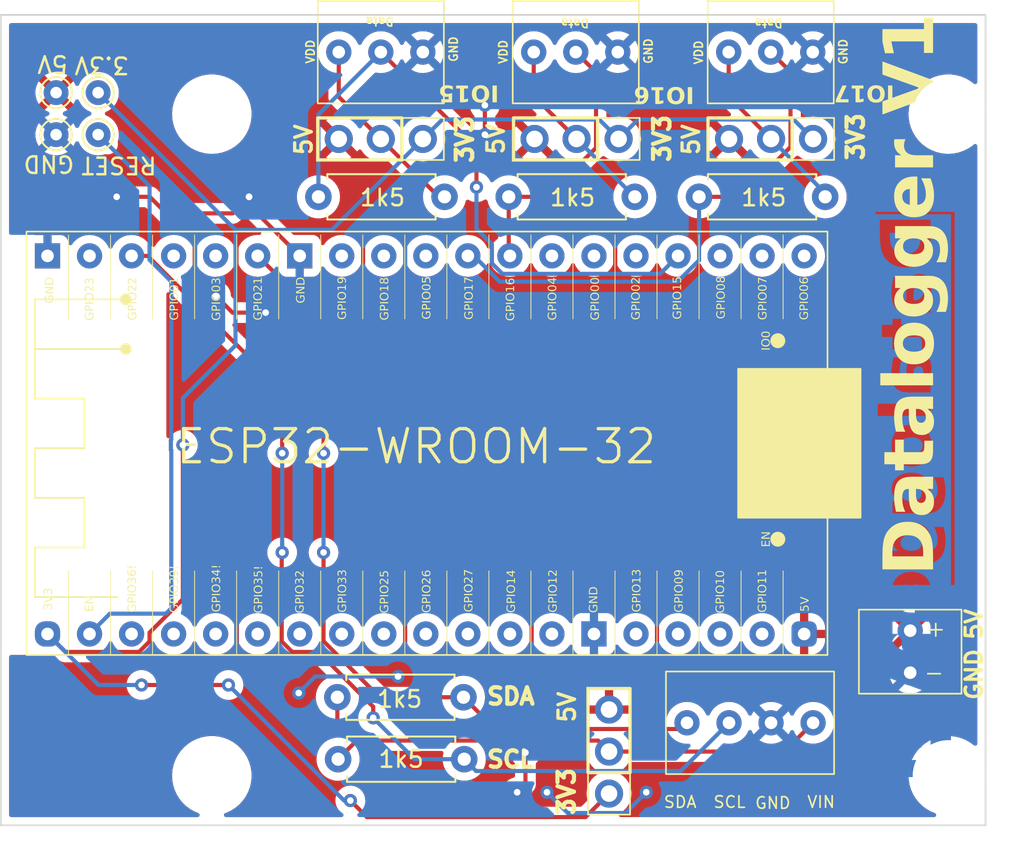
<source format=kicad_pcb>
(kicad_pcb (version 20221018) (generator pcbnew)
  (layers (0 "F.Cu" signal) (31 "B.Cu" signal) (34 "B.Paste" user) (35 "F.Paste" user) (36 "B.SilkS" user "B.Silkscreen") (37 "F.SilkS" user "F.Silkscreen") (38 "B.Mask" user) (39 "F.Mask" user) (44 "Edge.Cuts" user))
  (net 0 "")
  (net 28 "Net-(U1-17)")
  (net 29 "Net-(U1-16)")
  (net 30 "Net-(U1-15)")
  (net 31 "Net-(U1-22)")
  (net 32 "Net-(U1-21)")
  (net 33 "Net-(JP1-C)")
  (net 34 "Net-(JP2-C)")
  (net 35 "Net-(JP3-C)")
  (net 36 "Net-(JP4-C)")
  (net 37 "+5V")
  (net 38 "+3V3")
  (net 39 "GND")
  (net 40 "Net-(U1-RESET)")
  (footprint "TestPoint:TestPoint_THTPad_D1.5mm_Drill0.7mm" (layer "F.Cu") (at 111.125 110.49)
    (fp_text reference "TP3" hide)
    (fp_text value "3.3V" (at 0.205634 -1.662082 180 unlocked) (layer "F.SilkS"))
    (fp_circle (center 0 0) (end 0 0.95) (stroke (width 0.12)) (fill none) (layer "F.SilkS"))
    (pad "1" thru_hole circle (at 0 0) (size 1.5 1.5) (drill 0.7) (layers "*.Cu" "*.Mask") (net 38 "+3V3"))
  )
  (footprint "Resistor_THT:R_Axial_DIN0207_L6.3mm_D2.5mm_P7.62mm_Horizontal" (layer "F.Cu") (at 147.435 116.79)
    (fp_text reference "R1" hide)
    (fp_text value "1k5" (at 3.912056 0.053826) (layer "F.SilkS"))
    (fp_line (start 0.54 -1.37) (end 7.08 -1.37) (stroke (width 0.12)) (layer "F.SilkS"))
    (fp_line (start 0.54 -1.04) (end 0.54 -1.37) (stroke (width 0.12)) (layer "F.SilkS"))
    (fp_line (start 0.54 1.04) (end 0.54 1.37) (stroke (width 0.12)) (layer "F.SilkS"))
    (fp_line (start 0.54 1.37) (end 7.08 1.37) (stroke (width 0.12)) (layer "F.SilkS"))
    (fp_line (start 7.08 -1.37) (end 7.08 -1.04) (stroke (width 0.12)) (layer "F.SilkS"))
    (fp_line (start 7.08 1.37) (end 7.08 1.04) (stroke (width 0.12)) (layer "F.SilkS"))
    (pad "1" thru_hole circle (at 0 0) (size 1.6 1.6) (drill 0.8) (layers "*.Cu" "*.Mask") (net 28 "Net-(U1-17)"))
    (pad "2" thru_hole oval (at 7.62 0) (size 1.6 1.6) (drill 0.8) (layers "*.Cu" "*.Mask") (net 33 "Net-(JP1-C)"))
  )
  (footprint "TestPoint:TestPoint_THTPad_D1.5mm_Drill0.7mm" (layer "F.Cu") (at 108.585 113.03)
    (fp_text reference "TP2" hide)
    (fp_text value "GND" (at -0.434964 1.767765 180 unlocked) (layer "F.SilkS"))
    (fp_circle (center 0 0) (end 0 0.95) (stroke (width 0.12)) (fill none) (layer "F.SilkS"))
    (pad "1" thru_hole circle (at 0 0) (size 1.5 1.5) (drill 0.7) (layers "*.Cu" "*.Mask") (net 39 "GND"))
  )
  (footprint "ESP32Board:Jumper" (layer "F.Cu") (at 141.995 147.79)
    (fp_text reference "JP4" hide)
    (fp_text value "Jumper_3_Bridged12" hide)
    (fp_rect (start -1.27 -1.27) (end 1.27 3.81) (stroke (width 0.2)) (fill none) (layer "F.SilkS"))
    (fp_rect (start -1.27 -1.27) (end 1.27 6.35) (stroke (width 0.1)) (fill none) (layer "F.SilkS"))
    (pad "1" thru_hole circle (at 0 0) (size 1.7 1.7) (drill 1) (layers "*.Cu" "*.Mask") (net 37 "+5V"))
    (pad "2" thru_hole oval (at 0 2.54) (size 1.7 1.7) (drill 1) (layers "*.Cu" "*.Mask") (net 36 "Net-(JP4-C)"))
    (pad "3" thru_hole oval (at 0 5.08) (size 1.7 1.7) (drill 1) (layers "*.Cu" "*.Mask") (net 38 "+3V3"))
  )
  (footprint "Resistor_THT:R_Axial_DIN0207_L6.3mm_D2.5mm_P7.62mm_Horizontal" (layer "F.Cu") (at 133.245 150.79 180)
    (fp_text reference "R9" hide)
    (fp_text value "1k5" (at 3.81 0) (layer "F.SilkS"))
    (fp_line (start 0.54 -1.37) (end 7.08 -1.37) (stroke (width 0.12)) (layer "F.SilkS"))
    (fp_line (start 0.54 -1.04) (end 0.54 -1.37) (stroke (width 0.12)) (layer "F.SilkS"))
    (fp_line (start 0.54 1.04) (end 0.54 1.37) (stroke (width 0.12)) (layer "F.SilkS"))
    (fp_line (start 0.54 1.37) (end 7.08 1.37) (stroke (width 0.12)) (layer "F.SilkS"))
    (fp_line (start 7.08 -1.37) (end 7.08 -1.04) (stroke (width 0.12)) (layer "F.SilkS"))
    (fp_line (start 7.08 1.37) (end 7.08 1.04) (stroke (width 0.12)) (layer "F.SilkS"))
    (pad "1" thru_hole circle (at 0 0 180) (size 1.6 1.6) (drill 0.8) (layers "*.Cu" "*.Mask") (net 31 "Net-(U1-22)"))
    (pad "2" thru_hole oval (at 7.62 0 180) (size 1.6 1.6) (drill 0.8) (layers "*.Cu" "*.Mask") (net 36 "Net-(JP4-C)"))
  )
  (footprint "ESP32Board:Screw Terminal 3*2.54 1WI" (layer "F.Cu") (at 132.015 108.04 90)
    (fp_text reference "U4" hide)
    (fp_text value "DS18B20" hide)
    (fp_text user "Data" (at 2.15 -2.97 180 unlocked) (layer "F.SilkS") (effects (font (size 0.5 0.5) (thickness 0.1)) (justify left bottom)))
    (fp_text user "GND" (at -0.649375 0.877427 90 unlocked) (layer "F.SilkS") (effects (font (size 0.5 0.5) (thickness 0.1)) (justify left bottom)))
    (fp_text user "VDD" (at -0.75 -7.77 90 unlocked) (layer "F.SilkS") (effects (font (size 0.5 0.5) (thickness 0.1)) (justify left bottom)))
    (fp_rect (start -3.1 -7.62) (end 3.1 0) (stroke (width 0.1)) (fill none) (layer "F.SilkS"))
    (pad "1" thru_hole circle (at 0 -1.27 90) (size 1.524 1.524) (drill 0.762) (layers "*.Cu" "*.Mask") (net 39 "GND"))
    (pad "2" thru_hole circle (at 0 -3.81 90) (size 1.524 1.524) (drill 0.762) (layers "*.Cu" "*.Mask") (net 30 "Net-(U1-15)"))
    (pad "3" thru_hole circle (at 0 -6.35 90) (size 1.524 1.524) (drill 0.762) (layers "*.Cu" "*.Mask") (net 35 "Net-(JP3-C)"))
  )
  (footprint "MountingHole:MountingHole_4.3mm_M4" (layer "F.Cu") (at 117.995 111.79)
    (fp_text reference "REF**" hide)
    (fp_text value "MountingHole_4.3mm_M4" hide)
    (pad "" np_thru_hole circle (at 0 0) (size 4.3 4.3) (drill 4.3) (layers "*.Cu" "*.Mask"))
  )
  (footprint "Resistor_THT:R_Axial_DIN0207_L6.3mm_D2.5mm_P7.62mm_Horizontal" (layer "F.Cu") (at 125.58 147.045)
    (fp_text reference "R10" hide)
    (fp_text value "1k5" (at 3.760798 0.11575) (layer "F.SilkS"))
    (fp_line (start 0.54 -1.37) (end 7.08 -1.37) (stroke (width 0.12)) (layer "F.SilkS"))
    (fp_line (start 0.54 -1.04) (end 0.54 -1.37) (stroke (width 0.12)) (layer "F.SilkS"))
    (fp_line (start 0.54 1.04) (end 0.54 1.37) (stroke (width 0.12)) (layer "F.SilkS"))
    (fp_line (start 0.54 1.37) (end 7.08 1.37) (stroke (width 0.12)) (layer "F.SilkS"))
    (fp_line (start 7.08 -1.37) (end 7.08 -1.04) (stroke (width 0.12)) (layer "F.SilkS"))
    (fp_line (start 7.08 1.37) (end 7.08 1.04) (stroke (width 0.12)) (layer "F.SilkS"))
    (pad "1" thru_hole circle (at 0 0) (size 1.6 1.6) (drill 0.8) (layers "*.Cu" "*.Mask") (net 36 "Net-(JP4-C)"))
    (pad "2" thru_hole oval (at 7.62 0) (size 1.6 1.6) (drill 0.8) (layers "*.Cu" "*.Mask") (net 32 "Net-(U1-21)"))
  )
  (footprint "TestPoint:TestPoint_THTPad_D1.5mm_Drill0.7mm" (layer "F.Cu") (at 111.125 113.03)
    (fp_text reference "TP4" hide)
    (fp_text value "RESET" (at 1.258369 1.849175 180 unlocked) (layer "F.SilkS"))
    (fp_circle (center 0 0) (end 0 0.95) (stroke (width 0.12)) (fill none) (layer "F.SilkS"))
    (pad "1" thru_hole circle (at 0 0) (size 1.5 1.5) (drill 0.7) (layers "*.Cu" "*.Mask") (net 40 "Net-(U1-RESET)"))
  )
  (footprint "ESP32Board:Jumper" (layer "F.Cu") (at 137.495 113.29 90)
    (fp_text reference "JP2" hide)
    (fp_text value "Jumper_3_Bridged12" hide)
    (fp_rect (start -1.27 -1.27) (end 1.27 3.81) (stroke (width 0.2)) (fill none) (layer "F.SilkS"))
    (fp_rect (start -1.27 -1.27) (end 1.27 6.35) (stroke (width 0.1)) (fill none) (layer "F.SilkS"))
    (pad "1" thru_hole circle (at 0 0 90) (size 1.7 1.7) (drill 1) (layers "*.Cu" "*.Mask") (net 37 "+5V"))
    (pad "2" thru_hole oval (at 0 2.54 90) (size 1.7 1.7) (drill 1) (layers "*.Cu" "*.Mask") (net 34 "Net-(JP2-C)"))
    (pad "3" thru_hole oval (at 0 5.08 90) (size 1.7 1.7) (drill 1) (layers "*.Cu" "*.Mask") (net 38 "+3V3"))
  )
  (footprint "MountingHole:MountingHole_4.3mm_M4" (layer "F.Cu") (at 117.995 151.79)
    (fp_text reference "REF**" hide)
    (fp_text value "MountingHole_4.3mm_M4" hide)
    (pad "" np_thru_hole circle (at 0 0) (size 4.3 4.3) (drill 4.3) (layers "*.Cu" "*.Mask"))
  )
  (footprint "ESP32Board:ESP32 Board" (layer "F.Cu") (at 106.795 144.49)
    (fp_text reference "U1" hide)
    (fp_text value "~" hide)
    (fp_text user "5V" (at 47.347732 -2.608785 90 unlocked) (layer "F.SilkS") (effects (font (size 0.5 0.5) (thickness 0.1)) (justify left bottom)))
    (fp_text user "GPIO26" (at 24.488229 -2.54 90 unlocked) (layer "F.SilkS") (effects (font (size 0.5 0.5) (thickness 0.1)) (justify left bottom)))
    (fp_text user "GND" (at 1.697509 -22.858048 90 unlocked) (layer "F.SilkS") (effects (font (size 0.5 0.5) (thickness 0.1)) (justify right bottom)))
    (fp_text user "GPIO36!" (at 6.695876 -2.562929 90 unlocked) (layer "F.SilkS") (effects (font (size 0.5 0.5) (thickness 0.1)) (justify left bottom)))
    (fp_text user "GPIO02" (at 37.137745 -22.86 90 unlocked) (layer "F.SilkS") (effects (font (size 0.5 0.5) (thickness 0.1)) (justify right bottom)))
    (fp_text user "GPIO21" (at 14.30499 -22.840893 90 unlocked) (layer "F.SilkS") (effects (font (size 0.5 0.5) (thickness 0.1)) (justify right bottom)))
    (fp_text user "GPIO33" (at 19.398148 -2.562929 90 unlocked) (layer "F.SilkS") (effects (font (size 0.5 0.5) (thickness 0.1)) (justify left bottom)))
    (fp_text user "GPIO15" (at 39.64075 -22.898213 90 unlocked) (layer "F.SilkS") (effects (font (size 0.5 0.5) (thickness 0.1)) (justify right bottom)))
    (fp_text user "GPIO11" (at 44.779764 -2.562929 90 unlocked) (layer "F.SilkS") (effects (font (size 0.5 0.5) (thickness 0.1)) (justify left bottom)))
    (fp_text user "GND" (at 34.576676 -2.54 90 unlocked) (layer "F.SilkS") (effects (font (size 0.5 0.5) (thickness 0.1)) (justify left bottom)))
    (fp_text user "GPIO39!" (at 9.240916 -2.54 90 unlocked) (layer "F.SilkS") (effects (font (size 0.5 0.5) (thickness 0.1)) (justify left bottom)))
    (fp_text user "GPIO35!" (at 14.330997 -2.517072 90 unlocked) (layer "F.SilkS") (effects (font (size 0.5 0.5) (thickness 0.1)) (justify left bottom)))
    (fp_text user "GPIO25" (at 21.943188 -2.517072 90 unlocked) (layer "F.SilkS") (effects (font (size 0.5 0.5) (thickness 0.1)) (justify left bottom)))
    (fp_text user "GPIO07" (at 44.799615 -22.86 90 unlocked) (layer "F.SilkS") (effects (font (size 0.5 0.5) (thickness 0.1)) (justify right bottom)))
    (fp_text user "EN" (at 4.10498 -2.608785 90 unlocked) (layer "F.SilkS") (effects (font (size 0.5 0.5) (thickness 0.1)) (justify left bottom)))
    (fp_text user "GPIO04" (at 32.093521 -22.840893 90 unlocked) (layer "F.SilkS") (effects (font (size 0.5 0.5) (thickness 0.1)) (justify right bottom)))
    (fp_text user "GPIO03" (at 11.782879 -22.821786 90 unlocked) (layer "F.SilkS") (effects (font (size 0.5 0.5) (thickness 0.1)) (justify right bottom)))
    (fp_text user "GPIO08" (at 42.277503 -22.91732 90 unlocked) (layer "F.SilkS") (effects (font (size 0.5 0.5) (thickness 0.1)) (justify right bottom)))
    (fp_text user "IO0" (at 45 -19 90 unlocked) (layer "F.SilkS") (effects (font (size 0.5 0.5) (thickness 0.1)) (justify bottom)))
    (fp_text user "GPIO17" (at 27.049298 -22.879106 90 unlocked) (layer "F.SilkS") (effects (font (size 0.5 0.5) (thickness 0.1)) (justify right bottom)))
    (fp_text user "GPIO14" (at 29.601237 -2.54 90 unlocked) (layer "F.SilkS") (effects (font (size 0.5 0.5) (thickness 0.1)) (justify left bottom)))
    (fp_text user "3V3" (at 1.628725 -2.700498 90 unlocked) (layer "F.SilkS") (effects (font (size 0.5 0.5) (thickness 0.1)) (justify left bottom)))
    (fp_text user "GPIO22" (at 6.719548 -22.840893 90 unlocked) (layer "F.SilkS") (effects (font (size 0.5 0.5) (thickness 0.1)) (justify right bottom)))
    (fp_text user "GPIO27" (at 27.033269 -2.585857 90 unlocked) (layer "F.SilkS") (effects (font (size 0.5 0.5) (thickness 0.1)) (justify left bottom)))
    (fp_text user "ESP32-WROOM-32" (at 8.89 -11.43 unlocked) (layer "F.SilkS") (effects (font (size 2 2) (thickness 0.2)) (justify left bottom)))
    (fp_text user "GPIO34!" (at 11.785956 -2.585857 90 unlocked) (layer "F.SilkS") (effects (font (size 0.5 0.5) (thickness 0.1)) (justify left bottom)))
    (fp_text user "GPIO05" (at 24.488972 -22.898213 90 unlocked) (layer "F.SilkS") (effects (font (size 0.5 0.5) (thickness 0.1)) (justify right bottom)))
    (fp_text user "GPIO18" (at 21.947753 -22.840893 90 unlocked) (layer "F.SilkS") (effects (font (size 0.5 0.5) (thickness 0.1)) (justify right bottom)))
    (fp_text user "GPIO06" (at 47.302619 -22.86 90 unlocked) (layer "F.SilkS") (effects (font (size 0.5 0.5) (thickness 0.1)) (justify right bottom)))
    (fp_text user "EN" (at 45 -7 90 unlocked) (layer "F.SilkS") (effects (font (size 0.5 0.5) (thickness 0.1)) (justify bottom)))
    (fp_text user "GPIO16" (at 29.552302 -22.802679 90 unlocked) (layer "F.SilkS") (effects (font (size 0.5 0.5) (thickness 0.1)) (justify right bottom)))
    (fp_text user "GPIO01" (at 9.24166 -22.840893 90 unlocked) (layer "F.SilkS") (effects (font (size 0.5 0.5) (thickness 0.1)) (justify right bottom)))
    (fp_text user "GPIO10" (at 42.234724 -2.517072 90 unlocked) (layer "F.SilkS") (effects (font (size 0.5 0.5) (thickness 0.1)) (justify left bottom)))
    (fp_text user "GPIO13" (at 37.181236 -2.583904 90 unlocked) (layer "F.SilkS") (effects (font (size 0.5 0.5) (thickness 0.1)) (justify left bottom)))
    (fp_text user "GND" (at 16.884423 -22.86 90 unlocked) (layer "F.SilkS") (effects (font (size 0.5 0.5) (thickness 0.1)) (justify right bottom)))
    (fp_text user "GPIO23" (at 4.121009 -22.821786 90 unlocked) (layer "F.SilkS") (effects (font (size 0.5 0.5) (thickness 0.1)) (justify right bottom)))
    (fp_text user "GPIO12" (at 32.123349 -2.562929 90 unlocked) (layer "F.SilkS") (effects (font (size 0.5 0.5) (thickness 0.1)) (justify left bottom)))
    (fp_text user "GPIO09" (at 39.735541 -2.562929 90 unlocked) (layer "F.SilkS") (effects (font (size 0.5 0.5) (thickness 0.1)) (justify left bottom)))
    (fp_text user "GPIO19" (at 19.387428 -22.879106 90 unlocked) (layer "F.SilkS") (effects (font (size 0.5 0.5) (thickness 0.1)) (justify right bottom)))
    (fp_text user "GPIO32" (at 16.83018 -2.517072 90 unlocked) (layer "F.SilkS") (effects (font (size 0.5 0.5) (thickness 0.1)) (justify left bottom)))
    (fp_text user "GPIO00" (at 34.672954 -22.840893 90 unlocked) (layer "F.SilkS") (effects (font (size 0.5 0.5) (thickness 0.1)) (justify right bottom)))
    (fp_line (start 0.5 -21.5) (end 0.5 -15.5) (stroke (width 0.1)) (layer "F.SilkS"))
    (fp_line (start 0.5 -18.5) (end 6 -18.5) (stroke (width 0.1)) (layer "F.SilkS"))
    (fp_line (start 0.5 -15.5) (end 3.5 -15.5) (stroke (width 0.1)) (layer "F.SilkS"))
    (fp_line (start 0.5 -12.5) (end 0.5 -9.5) (stroke (width 0.1)) (layer "F.SilkS"))
    (fp_line (start 0.5 -9.5) (end 3.5 -9.5) (stroke (width 0.1)) (layer "F.SilkS"))
    (fp_line (start 0.5 -6.5) (end 0.5 -3.5) (stroke (width 0.1)) (layer "F.SilkS"))
    (fp_line (start 0.5 -3.5) (end 5.5 -3.5) (stroke (width 0.1)) (layer "F.SilkS"))
    (fp_line (start 2.54 -25.4) (end 2.54 -20.32) (stroke (width 0.05)) (layer "F.SilkS"))
    (fp_line (start 2.54 -5.08) (end 2.54 0) (stroke (width 0.05)) (layer "F.SilkS"))
    (fp_line (start 3.5 -15.5) (end 3.5 -12.5) (stroke (width 0.1)) (layer "F.SilkS"))
    (fp_line (start 3.5 -12.5) (end 0.5 -12.5) (stroke (width 0.1)) (layer "F.SilkS"))
    (fp_line (start 3.5 -9.5) (end 3.5 -6.5) (stroke (width 0.1)) (layer "F.SilkS"))
    (fp_line (start 3.5 -6.5) (end 0.5 -6.5) (stroke (width 0.1)) (layer "F.SilkS"))
    (fp_line (start 5.08 -25.4) (end 5.08 -20.32) (stroke (width 0.05)) (layer "F.SilkS"))
    (fp_line (start 5.08 -5.08) (end 5.08 0) (stroke (width 0.05)) (layer "F.SilkS"))
    (fp_line (start 6 -21.5) (end 0.5 -21.5) (stroke (width 0.1)) (layer "F.SilkS"))
    (fp_line (start 7.62 -25.4) (end 7.62 -20.32) (stroke (width 0.05)) (layer "F.SilkS"))
    (fp_line (start 7.62 -5.08) (end 7.62 0) (stroke (width 0.05)) (layer "F.SilkS"))
    (fp_line (start 10.16 -25.4) (end 10.16 -20.32) (stroke (width 0.05)) (layer "F.SilkS"))
    (fp_line (start 10.16 -5.08) (end 10.16 0) (stroke (width 0.05)) (layer "F.SilkS"))
    (fp_line (start 12.7 -25.4) (end 12.7 -20.32) (stroke (width 0.05)) (layer "F.SilkS"))
    (fp_line (start 12.7 -5.08) (end 12.7 0) (stroke (width 0.05)) (layer "F.SilkS"))
    (fp_line (start 15.24 -25.4) (end 15.24 -20.32) (stroke (width 0.05)) (layer "F.SilkS"))
    (fp_line (start 15.24 -5.08) (end 15.24 0) (stroke (width 0.05)) (layer "F.SilkS"))
    (fp_line (start 17.78 -25.4) (end 17.78 -20.32) (stroke (width 0.05)) (layer "F.SilkS"))
    (fp_line (start 17.78 -5.08) (end 17.78 0) (stroke (width 0.05)) (layer "F.SilkS"))
    (fp_line (start 20.32 -25.4) (end 20.32 -20.32) (stroke (width 0.05)) (layer "F.SilkS"))
    (fp_line (start 20.32 -5.08) (end 20.32 0) (stroke (width 0.05)) (layer "F.SilkS"))
    (fp_line (start 22.86 -25.4) (end 22.86 -20.32) (stroke (width 0.05)) (layer "F.SilkS"))
    (fp_line (start 22.86 -5.08) (end 22.86 0) (stroke (width 0.05)) (layer "F.SilkS"))
    (fp_line (start 25.4 -25.4) (end 25.4 -20.32) (stroke (width 0.05)) (layer "F.SilkS"))
    (fp_line (start 25.4 -5.08) (end 25.4 0) (stroke (width 0.05)) (layer "F.SilkS"))
    (fp_line (start 27.94 -25.4) (end 27.94 -20.32) (stroke (width 0.05)) (layer "F.SilkS"))
    (fp_line (start 27.94 -5.08) (end 27.94 0) (stroke (width 0.05)) (layer "F.SilkS"))
    (fp_line (start 30.48 -25.4) (end 30.48 -20.32) (stroke (width 0.05)) (layer "F.SilkS"))
    (fp_line (start 30.48 -5.08) (end 30.48 0) (stroke (width 0.05)) (layer "F.SilkS"))
    (fp_line (start 33.02 -25.4) (end 33.02 -20.32) (stroke (width 0.05)) (layer "F.SilkS"))
    (fp_line (start 33.02 -5.08) (end 33.02 0) (stroke (width 0.05)) (layer "F.SilkS"))
    (fp_line (start 35.56 -25.4) (end 35.56 -20.32) (stroke (width 0.05)) (layer "F.SilkS"))
    (fp_line (start 35.56 -5.08) (end 35.56 0) (stroke (width 0.05)) (layer "F.SilkS"))
    (fp_line (start 38.1 -25.4) (end 38.1 -20.32) (stroke (width 0.05)) (layer "F.SilkS"))
    (fp_line (start 38.1 -5.08) (end 38.1 0) (stroke (width 0.05)) (layer "F.SilkS"))
    (fp_line (start 40.64 -25.4) (end 40.64 -20.32) (stroke (width 0.05)) (layer "F.SilkS"))
    (fp_line (start 40.64 -5.08) (end 40.64 0) (stroke (width 0.05)) (layer "F.SilkS"))
    (fp_line (start 43.18 -25.4) (end 43.18 -20.32) (stroke (width 0.05)) (layer "F.SilkS"))
    (fp_line (start 43.18 -5.08) (end 43.18 0) (stroke (width 0.05)) (layer "F.SilkS"))
    (fp_line (start 45.72 -25.4) (end 45.72 -20.32) (stroke (width 0.05)) (layer "F.SilkS"))
    (fp_line (start 45.72 -5.08) (end 45.72 0) (stroke (width 0.05)) (layer "F.SilkS"))
    (fp_rect (start 0 0) (end 48.4 -25.6) (stroke (width 0.1)) (fill none) (layer "F.SilkS"))
    (fp_rect (start 43 -8.3) (end 50.4 -17.3) (stroke (width 0.1)) (fill solid) (layer "F.SilkS"))
    (fp_circle (center 6 -21.5) (end 6.3 -21.5) (stroke (width 0.1)) (fill solid) (layer "F.SilkS"))
    (fp_circle (center 6 -18.5) (end 6.3 -18.5) (stroke (width 0.1)) (fill solid) (layer "F.SilkS"))
    (fp_circle (center 45.4 -19) (end 45.8 -19) (stroke (width 0.1)) (fill solid) (layer "F.SilkS"))
    (fp_circle (center 45.4 -7) (end 45.8 -7) (stroke (width 0.1)) (fill solid) (layer "F.SilkS"))
    (pad "1" thru_hole roundrect (at 1.27 -1.27) (size 1.524 1.524) (drill 0.762) (layers "*.Cu" "*.Mask") (roundrect_rratio 0.3937007874) (net 38 "+3V3"))
    (pad "2" thru_hole circle (at 3.81 -1.27) (size 1.524 1.524) (drill 0.762) (layers "*.Cu" "*.Mask") (net 40 "Net-(U1-RESET)"))
    (pad "3" thru_hole circle (at 6.35 -1.27) (size 1.524 1.524) (drill 0.762) (layers "*.Cu" "*.Mask"))
    (pad "4" thru_hole circle (at 8.89 -1.27) (size 1.524 1.524) (drill 0.762) (layers "*.Cu" "*.Mask"))
    (pad "5" thru_hole circle (at 11.43 -1.27) (size 1.524 1.524) (drill 0.762) (layers "*.Cu" "*.Mask"))
    (pad "6" thru_hole circle (at 13.97 -1.27) (size 1.524 1.524) (drill 0.762) (layers "*.Cu" "*.Mask"))
    (pad "7" thru_hole circle (at 16.51 -1.27) (size 1.524 1.524) (drill 0.762) (layers "*.Cu" "*.Mask"))
    (pad "8" thru_hole circle (at 19.05 -1.27) (size 1.524 1.524) (drill 0.762) (layers "*.Cu" "*.Mask"))
    (pad "9" thru_hole circle (at 21.59 -1.27) (size 1.524 1.524) (drill 0.762) (layers "*.Cu" "*.Mask"))
    (pad "10" thru_hole circle (at 24.13 -1.27) (size 1.524 1.524) (drill 0.762) (layers "*.Cu" "*.Mask"))
    (pad "11" thru_hole circle (at 26.67 -1.27) (size 1.524 1.524) (drill 0.762) (layers "*.Cu" "*.Mask"))
    (pad "12" thru_hole circle (at 29.21 -1.27) (size 1.524 1.524) (drill 0.762) (layers "*.Cu" "*.Mask"))
    (pad "13" thru_hole circle (at 31.75 -1.27) (size 1.524 1.524) (drill 0.762) (layers "*.Cu" "*.Mask"))
    (pad "14" thru_hole rect (at 34.29 -1.27) (size 1.524 1.524) (drill 0.762) (layers "*.Cu" "*.Mask") (net 39 "GND"))
    (pad "15" thru_hole circle (at 36.83 -1.27) (size 1.524 1.524) (drill 0.762) (layers "*.Cu" "*.Mask"))
    (pad "16" thru_hole circle (at 39.37 -1.27) (size 1.524 1.524) (drill 0.762) (layers "*.Cu" "*.Mask"))
    (pad "17" thru_hole circle (at 41.91 -1.27) (size 1.524 1.524) (drill 0.762) (layers "*.Cu" "*.Mask"))
    (pad "18" thru_hole circle (at 44.45 -1.27) (size 1.524 1.524) (drill 0.762) (layers "*.Cu" "*.Mask"))
    (pad "19" thru_hole roundrect (at 46.99 -1.27) (size 1.524 1.524) (drill 0.762) (layers "*.Cu" "*.Mask") (roundrect_rratio 0.2624671916) (net 37 "+5V"))
    (pad "20" thru_hole circle (at 46.99 -24.13) (size 1.524 1.524) (drill 0.762) (layers "*.Cu" "*.Mask"))
    (pad "21" thru_hole circle (at 44.45 -24.13) (size 1.524 1.524) (drill 0.762) (layers "*.Cu" "*.Mask"))
    (pad "22" thru_hole circle (at 41.91 -24.13) (size 1.524 1.524) (drill 0.762) (layers "*.Cu" "*.Mask"))
    (pad "23" thru_hole circle (at 39.37 -24.13) (size 1.524 1.524) (drill 0.762) (layers "*.Cu" "*.Mask") (net 30 "Net-(U1-15)"))
    (pad "24" thru_hole circle (at 36.83 -24.13) (size 1.524 1.524) (drill 0.762) (layers "*.Cu" "*.Mask"))
    (pad "25" thru_hole circle (at 34.29 -24.13) (size 1.524 1.524) (drill 0.762) (layers "*.Cu" "*.Mask"))
    (pad "26" thru_hole circle (at 31.75 -24.13) (size 1.524 1.524) (drill 0.762) (layers "*.Cu" "*.Mask"))
    (pad "27" thru_hole circle (at 29.21 -24.13) (size 1.524 1.524) (drill 0.762) (layers "*.Cu" "*.Mask") (net 29 "Net-(U1-16)"))
    (pad "28" thru_hole circle (at 26.67 -24.13) (size 1.524 1.524) (drill 0.762) (layers "*.Cu" "*.Mask") (net 28 "Net-(U1-17)"))
    (pad "29" thru_hole circle (at 24.13 -24.13) (size 1.524 1.524) (drill 0.762) (layers "*.Cu" "*.Mask"))
    (pad "30" thru_hole circle (at 21.59 -24.13) (size 1.524 1.524) (drill 0.762) (layers "*.Cu" "*.Mask"))
    (pad "31" thru_hole circle (at 19.05 -24.13) (size 1.524 1.524) (drill 0.762) (layers "*.Cu" "*.Mask"))
    (pad "32" thru_hole rect (at 16.51 -24.13) (size 1.524 1.524) (drill 0.762) (layers "*.Cu" "*.Mask") (net 39 "GND"))
    (pad "33" thru_hole circle (at 13.97 -24.13) (size 1.524 1.524) (drill 0.762) (layers "*.Cu" "*.Mask") (net 32 "Net-(U1-21)"))
    (pad "34" thru_hole circle (at 11.43 -24.13) (size 1.524 1.524) (drill 0.762) (layers "*.Cu" "*.Mask"))
    (pad "35" thru_hole circle (at 8.89 -24.13) (size 1.524 1.524) (drill 0.762) (layers "*.Cu" "*.Mask"))
    (pad "36" thru_hole circle (at 6.35 -24.13) (size 1.524 1.524) (drill 0.762) (layers "*.Cu" "*.Mask") (net 31 "Net-(U1-22)"))
    (pad "37" thru_hole circle (at 3.81 -24.13) (size 1.524 1.524) (drill 0.762) (layers "*.Cu" "*.Mask"))
    (pad "38" thru_hole rect (at 1.27 -24.13) (size 1.524 1.524) (drill 0.762) (layers "*.Cu" "*.Mask") (net 39 "GND"))
  )
  (footprint "ESP32Board:Screw Terminal 2*2.54 Power" (layer "F.Cu") (at 160.193408 141.749871 180)
    (fp_text reference "J1" hide)
    (fp_text value "Power" hide)
    (fp_text user "-" (at -2.1249 -3.363548 180 unlocked) (layer "F.SilkS") (effects (font (thickness 0.1)) (justify left bottom)))
    (fp_text user "+" (at -2.228836 -0.707422 180 unlocked) (layer "F.SilkS") (effects (font (thickness 0.1)) (justify left bottom)))
    (fp_rect (start -3.1 -5.08) (end 3.1 0) (stroke (width 0.1)) (fill none) (layer "F.SilkS"))
    (pad "1" thru_hole circle (at 0 -1.27 180) (size 1.524 1.524) (drill 0.762) (layers "*.Cu" "*.Mask") (net 37 "+5V"))
    (pad "2" thru_hole circle (at 0 -3.81 180) (size 1.524 1.524) (drill 0.762) (layers "*.Cu" "*.Mask") (net 39 "GND"))
  )
  (footprint "ESP32Board:Screw Terminal 4*2.54 SHT30" (layer "F.Cu") (at 145.435 148.59 -90)
    (fp_text reference "U5" hide)
    (fp_text value "SHT30-DIS" hide)
    (fp_text user "VIN" (at 5.2 -8.478736 unlocked) (layer "F.SilkS") (effects (font (size 0.7 0.7) (thickness 0.1)) (justify left bottom)))
    (fp_text user "SCL" (at 5.2 -2.81 unlocked) (layer "F.SilkS") (effects (font (size 0.7 0.7) (thickness 0.1)) (justify left bottom)))
    (fp_text user "SDA" (at 5.2 0.19 unlocked) (layer "F.SilkS") (effects (font (size 0.7 0.7) (thickness 0.1)) (justify left bottom)))
    (fp_text user "GND" (at 5.257893 -5.328419 unlocked) (layer "F.SilkS") (effects (font (size 0.7 0.7) (thickness 0.1)) (justify left bottom)))
    (fp_rect (start -3.1 -10.16) (end 3.1 0) (stroke (width 0.1)) (fill none) (layer "F.SilkS"))
    (pad "1" thru_hole circle (at 0 -1.27 270) (size 1.524 1.524) (drill 0.762) (layers "*.Cu" "*.Mask") (net 32 "Net-(U1-21)"))
    (pad "4" thru_hole circle (at 0 -3.81 270) (size 1.524 1.524) (drill 0.762) (layers "*.Cu" "*.Mask") (net 31 "Net-(U1-22)"))
    (pad "5" thru_hole circle (at 0 -8.89 270) (size 1.524 1.524) (drill 0.762) (layers "*.Cu" "*.Mask") (net 36 "Net-(JP4-C)"))
    (pad "8" thru_hole circle (at 0 -6.35 270) (size 1.524 1.524) (drill 0.762) (layers "*.Cu" "*.Mask") (net 39 "GND"))
  )
  (footprint "ESP32Board:Jumper" (layer "F.Cu") (at 125.665 113.29 90)
    (fp_text reference "JP3" hide)
    (fp_text value "Jumper_3_Bridged12" hide)
    (fp_rect (start -1.27 -1.27) (end 1.27 3.81) (stroke (width 0.2)) (fill none) (layer "F.SilkS"))
    (fp_rect (start -1.27 -1.27) (end 1.27 6.35) (stroke (width 0.1)) (fill none) (layer "F.SilkS"))
    (pad "1" thru_hole circle (at 0 0 90) (size 1.7 1.7) (drill 1) (layers "*.Cu" "*.Mask") (net 37 "+5V"))
    (pad "2" thru_hole oval (at 0 2.54 90) (size 1.7 1.7) (drill 1) (layers "*.Cu" "*.Mask") (net 35 "Net-(JP3-C)"))
    (pad "3" thru_hole oval (at 0 5.08 90) (size 1.7 1.7) (drill 1) (layers "*.Cu" "*.Mask") (net 38 "+3V3"))
  )
  (footprint "TestPoint:TestPoint_THTPad_D1.5mm_Drill0.7mm" (layer "F.Cu") (at 108.585 110.49)
    (fp_text reference "TP1" hide)
    (fp_text value "5V" (at -0.213993 -1.739854 180 unlocked) (layer "F.SilkS"))
    (fp_circle (center 0 0) (end 0 0.95) (stroke (width 0.12)) (fill none) (layer "F.SilkS"))
    (pad "1" thru_hole circle (at 0 0) (size 1.5 1.5) (drill 0.7) (layers "*.Cu" "*.Mask") (net 37 "+5V"))
  )
  (footprint "ESP32Board:Jumper" (layer "F.Cu") (at 149.245 113.29 90)
    (fp_text reference "JP1" hide)
    (fp_text value "Jumper_3_Bridged12" hide)
    (fp_rect (start -1.27 -1.27) (end 1.27 3.81) (stroke (width 0.2)) (fill none) (layer "F.SilkS"))
    (fp_rect (start -1.27 -1.27) (end 1.27 6.35) (stroke (width 0.1)) (fill none) (layer "F.SilkS"))
    (pad "1" thru_hole circle (at 0 0 90) (size 1.7 1.7) (drill 1) (layers "*.Cu" "*.Mask") (net 37 "+5V"))
    (pad "2" thru_hole oval (at 0 2.54 90) (size 1.7 1.7) (drill 1) (layers "*.Cu" "*.Mask") (net 33 "Net-(JP1-C)"))
    (pad "3" thru_hole oval (at 0 5.08 90) (size 1.7 1.7) (drill 1) (layers "*.Cu" "*.Mask") (net 38 "+3V3"))
  )
  (footprint "Resistor_THT:R_Axial_DIN0207_L6.3mm_D2.5mm_P7.62mm_Horizontal" (layer "F.Cu") (at 135.935 116.79)
    (fp_text reference "R2" hide)
    (fp_text value "1k5" (at 3.861575 0.053826) (layer "F.SilkS"))
    (fp_line (start 0.54 -1.37) (end 7.08 -1.37) (stroke (width 0.12)) (layer "F.SilkS"))
    (fp_line (start 0.54 -1.04) (end 0.54 -1.37) (stroke (width 0.12)) (layer "F.SilkS"))
    (fp_line (start 0.54 1.04) (end 0.54 1.37) (stroke (width 0.12)) (layer "F.SilkS"))
    (fp_line (start 0.54 1.37) (end 7.08 1.37) (stroke (width 0.12)) (layer "F.SilkS"))
    (fp_line (start 7.08 -1.37) (end 7.08 -1.04) (stroke (width 0.12)) (layer "F.SilkS"))
    (fp_line (start 7.08 1.37) (end 7.08 1.04) (stroke (width 0.12)) (layer "F.SilkS"))
    (pad "1" thru_hole circle (at 0 0) (size 1.6 1.6) (drill 0.8) (layers "*.Cu" "*.Mask") (net 29 "Net-(U1-16)"))
    (pad "2" thru_hole oval (at 7.62 0) (size 1.6 1.6) (drill 0.8) (layers "*.Cu" "*.Mask") (net 34 "Net-(JP2-C)"))
  )
  (footprint "MountingHole:MountingHole_4.3mm_M4" (layer "F.Cu") (at 162.495 151.79)
    (fp_text reference "REF**" hide)
    (fp_text value "MountingHole_4.3mm_M4" hide)
    (pad "" np_thru_hole circle (at 0 0) (size 4.3 4.3) (drill 4.3) (layers "*.Cu" "*.Mask"))
  )
  (footprint "MountingHole:MountingHole_4.3mm_M4" (layer "F.Cu") (at 162.495 111.79)
    (fp_text reference "REF**" hide)
    (fp_text value "MountingHole_4.3mm_M4" hide)
    (pad "" np_thru_hole circle (at 0 0) (size 4.3 4.3) (drill 4.3) (layers "*.Cu" "*.Mask"))
  )
  (footprint "ESP32Board:Screw Terminal 3*2.54 1WI" (layer "F.Cu") (at 155.575 108.04 90)
    (fp_text reference "U2" hide)
    (fp_text value "DS18B20" hide)
    (fp_text user "GND" (at -0.800312 0.863455 90 unlocked) (layer "F.SilkS") (effects (font (size 0.5 0.5) (thickness 0.1)) (justify left bottom)))
    (fp_text user "VDD" (at -0.800312 -7.874067 90 unlocked) (layer "F.SilkS") (effects (font (size 0.5 0.5) (thickness 0.1)) (justify left bottom)))
    (fp_text user "Data" (at 2.05 -3.03 180 unlocked) (layer "F.SilkS") (effects (font (size 0.5 0.5) (thickness 0.1)) (justify left bottom)))
    (fp_rect (start -3.1 -7.62) (end 3.1 0) (stroke (width 0.1)) (fill none) (layer "F.SilkS"))
    (pad "1" thru_hole circle (at 0 -1.27 90) (size 1.524 1.524) (drill 0.762) (layers "*.Cu" "*.Mask") (net 39 "GND"))
    (pad "2" thru_hole circle (at 0 -3.81 90) (size 1.524 1.524) (drill 0.762) (layers "*.Cu" "*.Mask") (net 28 "Net-(U1-17)"))
    (pad "3" thru_hole circle (at 0 -6.35 90) (size 1.524 1.524) (drill 0.762) (layers "*.Cu" "*.Mask") (net 33 "Net-(JP1-C)"))
  )
  (footprint "Resistor_THT:R_Axial_DIN0207_L6.3mm_D2.5mm_P7.62mm_Horizontal" (layer "F.Cu") (at 124.435 116.79)
    (fp_text reference "R3" hide)
    (fp_text value "1k5" (at 3.87421 0.053826) (layer "F.SilkS"))
    (fp_line (start 0.54 -1.37) (end 7.08 -1.37) (stroke (width 0.12)) (layer "F.SilkS"))
    (fp_line (start 0.54 -1.04) (end 0.54 -1.37) (stroke (width 0.12)) (layer "F.SilkS"))
    (fp_line (start 0.54 1.04) (end 0.54 1.37) (stroke (width 0.12)) (layer "F.SilkS"))
    (fp_line (start 0.54 1.37) (end 7.08 1.37) (stroke (width 0.12)) (layer "F.SilkS"))
    (fp_line (start 7.08 -1.37) (end 7.08 -1.04) (stroke (width 0.12)) (layer "F.SilkS"))
    (fp_line (start 7.08 1.37) (end 7.08 1.04) (stroke (width 0.12)) (layer "F.SilkS"))
    (pad "1" thru_hole circle (at 0 0) (size 1.6 1.6) (drill 0.8) (layers "*.Cu" "*.Mask") (net 30 "Net-(U1-15)"))
    (pad "2" thru_hole oval (at 7.62 0) (size 1.6 1.6) (drill 0.8) (layers "*.Cu" "*.Mask") (net 35 "Net-(JP3-C)"))
  )
  (footprint "ESP32Board:Screw Terminal 3*2.54 1WI" (layer "F.Cu") (at 143.795 108.04 90)
    (fp_text reference "U3" hide)
    (fp_text value "DS18B20" hide)
    (fp_text user "VDD" (at -0.76677 -7.900622 90 unlocked) (layer "F.SilkS") (effects (font (size 0.5 0.5) (thickness 0.1)) (justify left bottom)))
    (fp_text user "Data" (at 2.05 -2.95 180 unlocked) (layer "F.SilkS") (effects (font (size 0.5 0.5) (thickness 0.1)) (justify left bottom)))
    (fp_text user "GND" (at -0.76677 0.870441 90 unlocked) (layer "F.SilkS") (effects (font (size 0.5 0.5) (thickness 0.1)) (justify left bottom)))
    (fp_rect (start -3.1 -7.62) (end 3.1 0) (stroke (width 0.1)) (fill none) (layer "F.SilkS"))
    (pad "1" thru_hole circle (at 0 -1.27 90) (size 1.524 1.524) (drill 0.762) (layers "*.Cu" "*.Mask") (net 39 "GND"))
    (pad "2" thru_hole circle (at 0 -3.81 90) (size 1.524 1.524) (drill 0.762) (layers "*.Cu" "*.Mask") (net 29 "Net-(U1-16)"))
    (pad "3" thru_hole circle (at 0 -6.35 90) (size 1.524 1.524) (drill 0.762) (layers "*.Cu" "*.Mask") (net 34 "Net-(JP2-C)"))
  )
  (gr_rect (start 105.245 105.79) (end 164.745 154.79) (stroke (width 0.1)) (fill none) (layer "Edge.Cuts"))
  (gr_text "Datalogger V1" (at 161.931654 117.79 90) (layer "B.Cu" knockout) (effects (font (size 3 3) (thickness 0.6) bold) (justify left bottom mirror)))
  (gr_text "SDA" (at 134.493 147.574) (layer "F.SilkS") (effects (font (size 1 1) (thickness 0.25) bold) (justify left bottom)))
  (gr_text "5V" (at 135.743394 114.334223 90) (layer "F.SilkS") (effects (font (size 1 1) (thickness 0.2) bold) (justify left bottom)))
  (gr_text "Datalogger V1" (at 162.085379 139.7 90) (layer "F.SilkS") (effects (font (size 3 3) (thickness 0.6) bold) (justify left bottom)))
  (gr_text "3V3" (at 145.785204 114.808225 90) (layer "F.SilkS") (effects (font (size 1 1) (thickness 0.25) bold) (justify left bottom)))
  (gr_text "GND" (at 164.638408 147.323289 90) (layer "F.SilkS") (effects (font (size 1 1) (thickness 0.2) bold) (justify left bottom)))
  (gr_text "IO16" (at 147.145 109.99 180) (layer "F.SilkS") (effects (font (size 1 1) (thickness 0.2) bold) (justify left bottom)))
  (gr_text "3V3" (at 140.013162 154.296945 90) (layer "F.SilkS") (effects (font (size 1 1) (thickness 0.25) bold) (justify left bottom)))
  (gr_text "SCL" (at 134.493 151.384) (layer "F.SilkS") (effects (font (size 1 1) (thickness 0.25) bold) (justify left bottom)))
  (gr_text "5V" (at 147.540765 114.369335 90) (layer "F.SilkS") (effects (font (size 1 1) (thickness 0.2) bold) (justify left bottom)))
  (gr_text "IO15" (at 135.345 109.89 180) (layer "F.SilkS") (effects (font (size 1 1) (thickness 0.2) bold) (justify left bottom)))
  (gr_text "3V3" (at 133.863554 114.860557 90) (layer "F.SilkS") (effects (font (size 1 1) (thickness 0.25) bold) (justify left bottom)))
  (gr_text "5V" (at 124.132116 114.368526 90) (layer "F.SilkS") (effects (font (size 1 1) (thickness 0.2) bold) (justify left bottom)))
  (gr_text "5V" (at 164.638408 143.669549 90) (layer "F.SilkS") (effects (font (size 1 1) (thickness 0.2) bold) (justify left bottom)))
  (gr_text "IO17" (at 159.245 109.89 180) (layer "F.SilkS") (effects (font (size 1 1) (thickness 0.2) bold) (justify left bottom)))
  (gr_text "3V3" (at 157.477242 114.702891 90) (layer "F.SilkS") (effects (font (size 1 1) (thickness 0.25) bold) (justify left bottom)))
  (gr_text "5V" (at 140.042141 148.674878 90) (layer "F.SilkS") (effects (font (size 1 1) (thickness 0.2) bold) (justify left bottom)))
  (segment (start 152.96 109.235) (end 152.96 113.776701) (width 0.25) (layer "F.Cu") (net 28))
  (segment (start 152.96 113.776701) (end 149.946701 116.79) (width 0.25) (layer "F.Cu") (net 28))
  (segment (start 149.946701 116.79) (end 147.435 116.79) (width 0.25) (layer "F.Cu") (net 28))
  (segment (start 151.765 108.04) (end 152.96 109.235) (width 0.25) (layer "F.Cu") (net 28))
  (segment (start 133.465 120.36) (end 133.26 120.155) (width 0.25) (layer "B.Cu") (net 28))
  (segment (start 133.26 120.155) (end 133.26 119.788647) (width 0.25) (layer "B.Cu") (net 28))
  (segment (start 146.142251 121.92) (end 147.435 120.627251) (width 0.25) (layer "B.Cu") (net 28))
  (segment (start 135.391353 121.92) (end 146.142251 121.92) (width 0.25) (layer "B.Cu") (net 28))
  (segment (start 133.26 119.788647) (end 135.391353 121.92) (width 0.25) (layer "B.Cu") (net 28))
  (segment (start 147.435 120.627251) (end 147.435 116.79) (width 0.25) (layer "B.Cu") (net 28))
  (segment (start 141.21 113.825) (end 138.245 116.79) (width 0.25) (layer "F.Cu") (net 29))
  (segment (start 141.21 109.265) (end 141.21 113.825) (width 0.25) (layer "F.Cu") (net 29))
  (segment (start 135.935 116.79) (end 135.935 120.29) (width 0.25) (layer "F.Cu") (net 29))
  (segment (start 139.985 108.04) (end 141.21 109.265) (width 0.25) (layer "F.Cu") (net 29))
  (segment (start 135.935 120.29) (end 136.005 120.36) (width 0.25) (layer "F.Cu") (net 29))
  (segment (start 138.245 116.79) (end 135.935 116.79) (width 0.25) (layer "F.Cu") (net 29))
  (segment (start 133.985 113.82) (end 133.985 116.205) (width 0.25) (layer "F.Cu") (net 30))
  (segment (start 128.205 108.04) (end 133.985 113.82) (width 0.25) (layer "F.Cu") (net 30))
  (via (at 133.985 116.205) (size 0.8) (drill 0.4) (layers "F.Cu" "B.Cu") (net 30))
  (segment (start 145.078 121.447) (end 146.165 120.36) (width 0.25) (layer "B.Cu") (net 30))
  (segment (start 133.985 118.72) (end 134.918 119.653) (width 0.25) (layer "B.Cu") (net 30))
  (segment (start 124.435 111.81) (end 128.205 108.04) (width 0.25) (layer "B.Cu") (net 30))
  (segment (start 135.554749 121.447) (end 145.078 121.447) (width 0.25) (layer "B.Cu") (net 30))
  (segment (start 134.918 119.653) (end 134.918 120.810251) (width 0.25) (layer "B.Cu") (net 30))
  (segment (start 133.985 116.205) (end 133.985 118.72) (width 0.25) (layer "B.Cu") (net 30))
  (segment (start 134.918 120.810251) (end 135.554749 121.447) (width 0.25) (layer "B.Cu") (net 30))
  (segment (start 124.435 116.79) (end 124.435 111.81) (width 0.25) (layer "B.Cu") (net 30))
  (segment (start 127.745 147.619009) (end 124.432991 144.307) (width 0.25) (layer "F.Cu") (net 31))
  (segment (start 122.245 128.49) (end 114.115 120.36) (width 0.25) (layer "F.Cu") (net 31))
  (segment (start 122.854749 144.307) (end 122.218 143.670251) (width 0.25) (layer "F.Cu") (net 31))
  (segment (start 122.245 132.29) (end 122.245 128.49) (width 0.25) (layer "F.Cu") (net 31))
  (segment (start 114.115 120.36) (end 113.145 120.36) (width 0.25) (layer "F.Cu") (net 31))
  (segment (start 127.745 148.29) (end 127.745 147.619009) (width 0.25) (layer "F.Cu") (net 31))
  (segment (start 122.245 138.29) (end 122.218 138.317) (width 0.25) (layer "F.Cu") (net 31))
  (segment (start 124.432991 144.307) (end 122.854749 144.307) (width 0.25) (layer "F.Cu") (net 31))
  (segment (start 122.218 138.317) (end 122.218 143.670251) (width 0.25) (layer "F.Cu") (net 31))
  (via (at 122.245 132.29) (size 0.8) (drill 0.4) (layers "F.Cu" "B.Cu") (net 31))
  (via (at 122.245 138.29) (size 0.8) (drill 0.4) (layers "F.Cu" "B.Cu") (net 31))
  (via (at 127.745 148.29) (size 0.8) (drill 0.4) (layers "F.Cu" "B.Cu") (net 31))
  (segment (start 133.96 151.505) (end 133.245 150.79) (width 0.25) (layer "B.Cu") (net 31))
  (segment (start 122.245 132.29) (end 122.245 137.79) (width 0.25) (layer "B.Cu") (net 31))
  (segment (start 146.33 151.505) (end 133.96 151.505) (width 0.25) (layer "B.Cu") (net 31))
  (segment (start 130.245 150.79) (end 127.745 148.29) (width 0.25) (layer "B.Cu") (net 31))
  (segment (start 133.245 150.79) (end 130.245 150.79) (width 0.25) (layer "B.Cu") (net 31))
  (segment (start 122.245 137.79) (end 122.245 138.29) (width 0.25) (layer "B.Cu") (net 31))
  (segment (start 149.245 148.59) (end 146.33 151.505) (width 0.25) (layer "B.Cu") (net 31))
  (segment (start 135.12 148.965) (end 133.2 147.045) (width 0.25) (layer "F.Cu") (net 32))
  (segment (start 124.545 124.14) (end 120.765 120.36) (width 0.25) (layer "F.Cu") (net 32))
  (segment (start 146.705 148.59) (end 146.33 148.965) (width 0.25) (layer "F.Cu") (net 32))
  (segment (start 124.745 124.34) (end 124.745 131.79) (width 0.25) (layer "F.Cu") (net 32))
  (segment (start 133.2 147.045) (end 128.132749 147.045) (width 0.25) (layer "F.Cu") (net 32))
  (segment (start 124.745 131.79) (end 124.745 132.29) (width 0.25) (layer "F.Cu") (net 32))
  (segment (start 124.745 143.657251) (end 124.745 138.29) (width 0.25) (layer "F.Cu") (net 32))
  (segment (start 124.545 124.14) (end 124.745 124.34) (width 0.25) (layer "F.Cu") (net 32))
  (segment (start 128.132749 147.045) (end 124.745 143.657251) (width 0.25) (layer "F.Cu") (net 32))
  (segment (start 146.33 148.965) (end 135.12 148.965) (width 0.25) (layer "F.Cu") (net 32))
  (via (at 124.745 132.29) (size 0.8) (drill 0.4) (layers "F.Cu" "B.Cu") (net 32))
  (via (at 124.745 138.29) (size 0.8) (drill 0.4) (layers "F.Cu" "B.Cu") (net 32))
  (segment (start 124.745 132.29) (end 124.745 138.29) (width 0.25) (layer "B.Cu") (net 32))
  (segment (start 149.225 108.04) (end 149.225 110.73) (width 0.25) (layer "F.Cu") (net 33))
  (segment (start 149.225 110.73) (end 151.785 113.29) (width 0.25) (layer "F.Cu") (net 33))
  (segment (start 151.785 113.29) (end 155.055 116.56) (width 0.25) (layer "B.Cu") (net 33))
  (segment (start 155.055 116.56) (end 155.055 116.79) (width 0.25) (layer "B.Cu") (net 33))
  (segment (start 137.445 108.04) (end 137.445 110.7) (width 0.25) (layer "F.Cu") (net 34))
  (segment (start 137.445 110.7) (end 140.035 113.29) (width 0.25) (layer "F.Cu") (net 34))
  (segment (start 143.535 116.79) (end 143.555 116.79) (width 0.25) (layer "B.Cu") (net 34))
  (segment (start 140.035 113.29) (end 143.535 116.79) (width 0.25) (layer "B.Cu") (net 34))
  (segment (start 128.205 113.29) (end 131.705 116.79) (width 0.25) (layer "F.Cu") (net 35))
  (segment (start 125.665 108.04) (end 125.665 110.75) (width 0.25) (layer "F.Cu") (net 35))
  (segment (start 131.705 116.79) (end 132.055 116.79) (width 0.25) (layer "F.Cu") (net 35))
  (segment (start 125.665 110.75) (end 128.205 113.29) (width 0.25) (layer "F.Cu") (net 35))
  (segment (start 141.995 150.33) (end 152.585 150.33) (width 0.25) (layer "F.Cu") (net 36))
  (segment (start 125.58 147.045) (end 125.58 148.495) (width 0.25) (layer "F.Cu") (net 36))
  (segment (start 141.33 149.665) (end 141.995 150.33) (width 0.25) (layer "F.Cu") (net 36))
  (segment (start 125.625 150.79) (end 126.75 149.665) (width 0.25) (layer "F.Cu") (net 36))
  (segment (start 126.75 149.665) (end 141.33 149.665) (width 0.25) (layer "F.Cu") (net 36))
  (segment (start 152.585 150.33) (end 154.325 148.59) (width 0.25) (layer "F.Cu") (net 36))
  (segment (start 125.58 148.495) (end 126.75 149.665) (width 0.25) (layer "F.Cu") (net 36))
  (segment (start 144.893146 141.685771) (end 144.893146 144.431052) (width 0.25) (layer "F.Cu") (net 37))
  (segment (start 127.135259 118.982105) (end 127.135259 121.727386) (width 0.25) (layer "F.Cu") (net 37))
  (segment (start 137.322097 141.814718) (end 137.322097 144.559999) (width 0.25) (layer "F.Cu") (net 37))
  (segment (start 119.508947 141.833139) (end 119.508947 144.57842) (width 0.25) (layer "F.Cu") (net 37))
  (segment (start 142.369463 118.93578) (end 142.369463 121.681061) (width 0.25) (layer "F.Cu") (net 37))
  (segment (start 119.482339 118.702466) (end 119.482339 121.447747) (width 0.25) (layer "F.Cu") (net 37))
  (segment (start 129.677364 141.814718) (end 129.677364 144.559999) (width 0.25) (layer "F.Cu") (net 37))
  (via (at 123.245 146.79) (size 0.8) (drill 0.4) (layers "F.Cu" "B.Cu") (net 37))
  (via (at 138.245 152.79) (size 0.8) (drill 0.4) (layers "F.Cu" "B.Cu") (net 37))
  (via (at 144.245 152.79) (size 0.8) (drill 0.4) (layers "F.Cu" "B.Cu") (net 37))
  (via (at 129.245 145.79) (size 0.8) (drill 0.4) (layers "F.Cu" "B.Cu") (net 37))
  (segment (start 144.245 152.79) (end 142.99 154.045) (width 0.25) (layer "B.Cu") (net 37))
  (segment (start 139.5 154.045) (end 138.245 152.79) (width 0.25) (layer "B.Cu") (net 37))
  (segment (start 129.245 145.79) (end 124.245 145.79) (width 0.25) (layer "B.Cu") (net 37))
  (segment (start 142.99 154.045) (end 139.5 154.045) (width 0.25) (layer "B.Cu") (net 37))
  (segment (start 124.245 145.79) (end 123.245 146.79) (width 0.25) (layer "B.Cu") (net 37))
  (segment (start 140.573914 154.291086) (end 141.995 152.87) (width 0.25) (layer "F.Cu") (net 38))
  (segment (start 116.245 141.122749) (end 114.232 143.135749) (width 0.25) (layer "F.Cu") (net 38))
  (segment (start 127.366086 154.291086) (end 140.573914 154.291086) (width 0.25) (layer "F.Cu") (net 38))
  (segment (start 109.152 144.307) (end 108.065 143.22) (width 0.25) (layer "F.Cu") (net 38))
  (segment (start 126.365 153.29) (end 127.366086 154.291086) (width 0.25) (layer "F.Cu") (net 38))
  (segment (start 114.232 143.135749) (end 114.232 143.670251) (width 0.25) (layer "F.Cu") (net 38))
  (segment (start 114.232 143.670251) (end 113.595251 144.307) (width 0.25) (layer "F.Cu") (net 38))
  (segment (start 118.999 146.304) (end 113.745 146.304) (width 0.25) (layer "F.Cu") (net 38))
  (segment (start 116.245 131.79) (end 116.245 141.122749) (width 0.25) (layer "F.Cu") (net 38))
  (segment (start 113.595251 144.307) (end 109.152 144.307) (width 0.25) (layer "F.Cu") (net 38))
  (via (at 113.745 146.304) (size 0.8) (drill 0.4) (layers "F.Cu" "B.Cu") (net 38))
  (via (at 116.245 131.79) (size 0.8) (drill 0.4) (layers "F.Cu" "B.Cu") (net 38))
  (via (at 118.999 146.304) (size 0.8) (drill 0.4) (layers "F.Cu" "B.Cu") (net 38))
  (via (at 126.365 153.29) (size 0.8) (drill 0.4) (layers "F.Cu" "B.Cu") (net 38))
  (segment (start 118.999 146.304) (end 125.985 153.29) (width 0.25) (layer "B.Cu") (net 38))
  (segment (start 111.149 146.304) (end 108.065 143.22) (width 0.25) (layer "B.Cu") (net 38))
  (segment (start 116.245 128.953314) (end 116.245 131.79) (width 0.25) (layer "B.Cu") (net 38))
  (segment (start 125.245 118.79) (end 119.425 118.79) (width 0.25) (layer "B.Cu") (net 38))
  (segment (start 143.75 112.115) (end 153.15 112.115) (width 0.25) (layer "B.Cu") (net 38))
  (segment (start 117.874291 127.324023) (end 116.245 128.953314) (width 0.25) (layer "B.Cu") (net 38))
  (segment (start 117.878228 127.324023) (end 117.874291 127.324023) (width 0.25) (layer "B.Cu") (net 38))
  (segment (start 131.92 112.115) (end 130.745 113.29) (width 0.25) (layer "B.Cu") (net 38))
  (segment (start 142.575 113.29) (end 141.4 112.115) (width 0.25) (layer "B.Cu") (net 38))
  (segment (start 142.575 113.29) (end 143.75 112.115) (width 0.25) (layer "B.Cu") (net 38))
  (segment (start 153.15 112.115) (end 154.325 113.29) (width 0.25) (layer "B.Cu") (net 38))
  (segment (start 130.745 113.29) (end 125.245 118.79) (width 0.25) (layer "B.Cu") (net 38))
  (segment (start 119.425 118.79) (end 111.125 110.49) (width 0.25) (layer "B.Cu") (net 38))
  (segment (start 117.874291 127.324023) (end 119.425 125.773314) (width 0.25) (layer "B.Cu") (net 38))
  (segment (start 113.745 146.304) (end 111.149 146.304) (width 0.25) (layer "B.Cu") (net 38))
  (segment (start 141.4 112.115) (end 131.92 112.115) (width 0.25) (layer "B.Cu") (net 38))
  (segment (start 119.425 125.773314) (end 119.425 118.79) (width 0.25) (layer "B.Cu") (net 38))
  (segment (start 125.985 153.29) (end 126.365 153.29) (width 0.25) (layer "B.Cu") (net 38))
  (segment (start 114.245 116.79) (end 112.245 116.79) (width 0.25) (layer "F.Cu") (net 39))
  (segment (start 118.245 122.79) (end 116.958157 121.503157) (width 0.25) (layer "F.Cu") (net 39))
  (segment (start 121.245 123.79) (end 119.245 123.79) (width 0.25) (layer "F.Cu") (net 39))
  (segment (start 116.958157 121.503157) (end 116.958157 119.503157) (width 0.25) (layer "F.Cu") (net 39))
  (segment (start 136.445 152.79) (end 136.945 152.29) (width 0.25) (layer "F.Cu") (net 39))
  (segment (start 120.245 117.3) (end 120.245 116.79) (width 0.25) (layer "F.Cu") (net 39))
  (segment (start 115.245 117.79) (end 114.245 116.79) (width 0.25) (layer "F.Cu") (net 39))
  (segment (start 115.245 117.79) (end 119.245 117.79) (width 0.25) (layer "F.Cu") (net 39))
  (segment (start 134.493 111.252) (end 134.493 113.03) (width 0.25) (layer "F.Cu") (net 39))
  (segment (start 119.245 123.79) (end 118.245 122.79) (width 0.25) (layer "F.Cu") (net 39))
  (segment (start 123.305 120.36) (end 120.245 117.3) (width 0.25) (layer "F.Cu") (net 39))
  (segment (start 119.245 117.79) (end 120.245 116.79) (width 0.25) (layer "F.Cu") (net 39))
  (segment (start 116.958157 119.503157) (end 115.245 117.79) (width 0.25) (layer "F.Cu") (net 39))
  (segment (start 136.945 152.29) (end 136.945 150.39) (width 0.25) (layer "F.Cu") (net 39))
  (via (at 120.245 116.79) (size 0.8) (drill 0.4) (layers "F.Cu" "B.Cu") (net 39))
  (via (at 134.493 111.252) (size 0.8) (drill 0.4) (layers "F.Cu" "B.Cu") (net 39))
  (via (at 121.245 123.79) (size 0.8) (drill 0.4) (layers "F.Cu" "B.Cu") (net 39))
  (via (at 134.493 113.03) (size 0.8) (drill 0.4) (layers "F.Cu" "B.Cu") (net 39))
  (via (at 136.945 150.39) (size 0.8) (drill 0.4) (layers "F.Cu" "B.Cu") (net 39))
  (via (at 120.245 116.79) (size 0.8) (drill 0.4) (layers "F.Cu" "B.Cu") (net 39))
  (via (at 112.245 116.79) (size 0.8) (drill 0.4) (layers "F.Cu" "B.Cu") (net 39))
  (via (at 136.445 152.79) (size 0.8) (drill 0.4) (layers "F.Cu" "B.Cu") (net 39))
  (via (at 118.245 122.79) (size 0.8) (drill 0.4) (layers "F.Cu" "B.Cu") (net 39))
  (segment (start 116.985264 118.945263) (end 116.985264 121.690544) (width 0.25) (layer "B.Cu") (net 39))
  (segment (start 119.465003 144.719108) (end 119.471172 144.725277) (width 0.25) (layer "B.Cu") (net 39))
  (segment (start 129.677364 119.000526) (end 129.677364 121.745807) (width 0.25) (layer "B.Cu") (net 39))
  (segment (start 119.465003 141.973827) (end 119.465003 144.719108) (width 0.25) (layer "B.Cu") (net 39))
  (segment (start 111.692 113.597) (end 111.125 113.03) (width 0.25) (layer "F.Cu") (net 40))
  (segment (start 115.52 132.090305) (end 115.52 131.489695) (width 0.25) (layer "B.Cu") (net 40))
  (segment (start 114.232 116.137) (end 111.125 113.03) (width 0.25) (layer "B.Cu") (net 40))
  (segment (start 115.545 141.666778) (end 115.545 132.115305) (width 0.25) (layer "B.Cu") (net 40))
  (segment (start 115.545 121.913222) (end 114.232 120.600222) (width 0.25) (layer "B.Cu") (net 40))
  (segment (start 114.232 120.600222) (end 114.232 116.137) (width 0.25) (layer "B.Cu") (net 40))
  (segment (start 115.221778 141.99) (end 115.545 141.666778) (width 0.25) (layer "B.Cu") (net 40))
  (segment (start 115.545 132.115305) (end 115.52 132.090305) (width 0.25) (layer "B.Cu") (net 40))
  (segment (start 115.545 131.464695) (end 115.545 121.913222) (width 0.25) (layer "B.Cu") (net 40))
  (segment (start 111.835 141.99) (end 115.221778 141.99) (width 0.25) (layer "B.Cu") (net 40))
  (segment (start 110.605 143.22) (end 111.835 141.99) (width 0.25) (layer "B.Cu") (net 40))
  (segment (start 115.52 131.489695) (end 115.545 131.464695) (width 0.25) (layer "B.Cu") (net 40))
  (zone (net 37) (net_name "+5V") (layer "F.Cu") (name "GND") (priority 1) (connect_pads (clearance 0.5)) (min_thickness 0.25) (fill yes (thermal_gap 0.5) (thermal_bridge_width 0.5))
    (polygon (pts (xy 164.245 154.29) (xy 164.245 106.29) (xy 105.745 106.29) (xy 105.745 154.29)))
  )
  (zone (net 0) (net_name "") (layers "F&B.Cu") (name "Antenna") (connect_pads (clearance 0)) (min_thickness 0.25)
    (keepout (tracks not_allowed) (vias not_allowed) (pads not_allowed) (copperpour not_allowed) (footprints allowed))
    (fill (thermal_gap 0.5) (thermal_bridge_width 0.5))
    (polygon (pts (xy 105.245 119.09) (xy 107.245 119.09) (xy 107.245 121.79) (xy 115.245 121.79) (xy 115.245 141.79) (xy 107.845 141.79) (xy 107.845 144.49) (xy 105.245 144.49)))
  )
  (zone (net 39) (net_name "GND") (layer "B.Cu") (name "GND") (connect_pads (clearance 0.5)) (min_thickness 0.25) (fill yes (thermal_gap 0.5) (thermal_bridge_width 0.5))
    (polygon (pts (xy 164.245 106.29) (xy 105.745 106.29) (xy 105.745 154.29) (xy 164.245 154.29)))
  )
)
</source>
